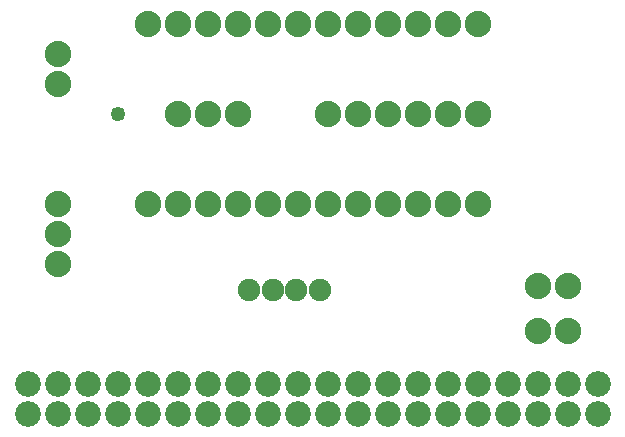
<source format=gbs>
G04 MADE WITH FRITZING*
G04 WWW.FRITZING.ORG*
G04 DOUBLE SIDED*
G04 HOLES PLATED*
G04 CONTOUR ON CENTER OF CONTOUR VECTOR*
%ASAXBY*%
%FSLAX23Y23*%
%MOIN*%
%OFA0B0*%
%SFA1.0B1.0*%
%ADD10C,0.049370*%
%ADD11C,0.075000*%
%ADD12C,0.088000*%
%ADD13C,0.085361*%
%LNMASK0*%
G90*
G70*
G54D10*
X448Y1089D03*
G54D11*
X1122Y501D03*
X1043Y501D03*
X965Y501D03*
X886Y501D03*
G54D12*
X248Y589D03*
X248Y689D03*
X248Y789D03*
G54D13*
X148Y89D03*
X248Y89D03*
X348Y89D03*
X448Y89D03*
X548Y89D03*
X648Y89D03*
X748Y89D03*
X848Y89D03*
X948Y89D03*
X1048Y89D03*
X1148Y89D03*
X1248Y89D03*
X1348Y89D03*
X1448Y89D03*
X1548Y89D03*
X1648Y89D03*
X1748Y89D03*
X1848Y89D03*
X1948Y89D03*
X2048Y89D03*
X2048Y189D03*
X1948Y189D03*
X1848Y189D03*
X1748Y189D03*
X1648Y189D03*
X1548Y189D03*
X1448Y189D03*
X1348Y189D03*
X1248Y189D03*
X1148Y189D03*
X1048Y189D03*
X948Y189D03*
X848Y189D03*
X748Y189D03*
X648Y189D03*
X548Y189D03*
X448Y189D03*
X348Y189D03*
X248Y189D03*
X148Y189D03*
G54D12*
X248Y1189D03*
X248Y1189D03*
X248Y1289D03*
X1648Y1089D03*
X1548Y1089D03*
X1448Y1089D03*
X1348Y1089D03*
X1248Y1089D03*
X1148Y1089D03*
X548Y789D03*
X648Y789D03*
X748Y789D03*
X848Y789D03*
X948Y789D03*
X1048Y789D03*
X1148Y789D03*
X1248Y789D03*
X1348Y789D03*
X1448Y789D03*
X1548Y789D03*
X1648Y789D03*
X548Y1389D03*
X648Y1389D03*
X748Y1389D03*
X848Y1389D03*
X948Y1389D03*
X1048Y1389D03*
X1148Y1389D03*
X1248Y1389D03*
X1348Y1389D03*
X1448Y1389D03*
X1548Y1389D03*
X1648Y1389D03*
X648Y1089D03*
X748Y1089D03*
X848Y1089D03*
X1948Y514D03*
X1848Y514D03*
X1948Y364D03*
X1848Y364D03*
G04 End of Mask0*
M02*
</source>
